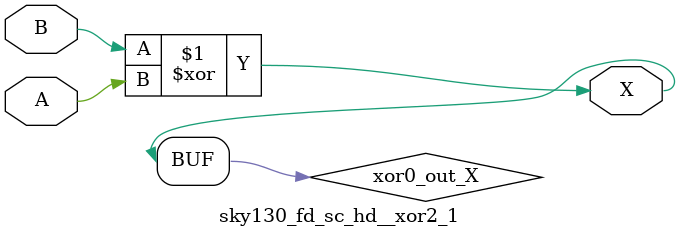
<source format=v>
/*
 * Copyright 2020 The SkyWater PDK Authors
 *
 * Licensed under the Apache License, Version 2.0 (the "License");
 * you may not use this file except in compliance with the License.
 * You may obtain a copy of the License at
 *
 *     https://www.apache.org/licenses/LICENSE-2.0
 *
 * Unless required by applicable law or agreed to in writing, software
 * distributed under the License is distributed on an "AS IS" BASIS,
 * WITHOUT WARRANTIES OR CONDITIONS OF ANY KIND, either express or implied.
 * See the License for the specific language governing permissions and
 * limitations under the License.
 *
 * SPDX-License-Identifier: Apache-2.0
*/


`ifndef SKY130_FD_SC_HD__XOR2_1_FUNCTIONAL_V
`define SKY130_FD_SC_HD__XOR2_1_FUNCTIONAL_V

/**
 * xor2: 2-input exclusive OR.
 *
 *       X = A ^ B
 *
 * Verilog simulation functional model.
 */

`timescale 1ns / 1ps
`default_nettype none

`celldefine
module sky130_fd_sc_hd__xor2_1 (
    X,
    A,
    B
);

    // Module ports
    output X;
    input  A;
    input  B;

    // Local signals
    wire xor0_out_X;

    //  Name  Output      Other arguments
    xor xor0 (xor0_out_X, B, A           );
    buf buf0 (X         , xor0_out_X     );

endmodule
`endcelldefine

`default_nettype wire
`endif  // SKY130_FD_SC_HD__XOR2_1_FUNCTIONAL_V

</source>
